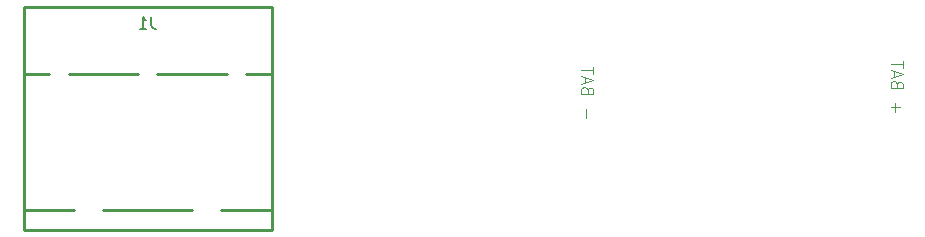
<source format=gbr>
%TF.GenerationSoftware,KiCad,Pcbnew,8.0.4*%
%TF.CreationDate,2024-08-13T21:11:54-04:00*%
%TF.ProjectId,1-inch-midi,312d696e-6368-42d6-9d69-64692e6b6963,rev?*%
%TF.SameCoordinates,Original*%
%TF.FileFunction,Legend,Bot*%
%TF.FilePolarity,Positive*%
%FSLAX46Y46*%
G04 Gerber Fmt 4.6, Leading zero omitted, Abs format (unit mm)*
G04 Created by KiCad (PCBNEW 8.0.4) date 2024-08-13 21:11:54*
%MOMM*%
%LPD*%
G01*
G04 APERTURE LIST*
%ADD10C,0.100000*%
%ADD11C,0.150000*%
%ADD12C,0.250000*%
G04 APERTURE END LIST*
D10*
X196808533Y-97796115D02*
X196808533Y-97034211D01*
X196427580Y-97415163D02*
X197189485Y-97415163D01*
X196951390Y-95462782D02*
X196903771Y-95319925D01*
X196903771Y-95319925D02*
X196856152Y-95272306D01*
X196856152Y-95272306D02*
X196760914Y-95224687D01*
X196760914Y-95224687D02*
X196618057Y-95224687D01*
X196618057Y-95224687D02*
X196522819Y-95272306D01*
X196522819Y-95272306D02*
X196475200Y-95319925D01*
X196475200Y-95319925D02*
X196427580Y-95415163D01*
X196427580Y-95415163D02*
X196427580Y-95796115D01*
X196427580Y-95796115D02*
X197427580Y-95796115D01*
X197427580Y-95796115D02*
X197427580Y-95462782D01*
X197427580Y-95462782D02*
X197379961Y-95367544D01*
X197379961Y-95367544D02*
X197332342Y-95319925D01*
X197332342Y-95319925D02*
X197237104Y-95272306D01*
X197237104Y-95272306D02*
X197141866Y-95272306D01*
X197141866Y-95272306D02*
X197046628Y-95319925D01*
X197046628Y-95319925D02*
X196999009Y-95367544D01*
X196999009Y-95367544D02*
X196951390Y-95462782D01*
X196951390Y-95462782D02*
X196951390Y-95796115D01*
X196713295Y-94843734D02*
X196713295Y-94367544D01*
X196427580Y-94938972D02*
X197427580Y-94605639D01*
X197427580Y-94605639D02*
X196427580Y-94272306D01*
X197427580Y-94081829D02*
X197427580Y-93510401D01*
X196427580Y-93796115D02*
X197427580Y-93796115D01*
X170608533Y-98296115D02*
X170608533Y-97534211D01*
X170751390Y-95962782D02*
X170703771Y-95819925D01*
X170703771Y-95819925D02*
X170656152Y-95772306D01*
X170656152Y-95772306D02*
X170560914Y-95724687D01*
X170560914Y-95724687D02*
X170418057Y-95724687D01*
X170418057Y-95724687D02*
X170322819Y-95772306D01*
X170322819Y-95772306D02*
X170275200Y-95819925D01*
X170275200Y-95819925D02*
X170227580Y-95915163D01*
X170227580Y-95915163D02*
X170227580Y-96296115D01*
X170227580Y-96296115D02*
X171227580Y-96296115D01*
X171227580Y-96296115D02*
X171227580Y-95962782D01*
X171227580Y-95962782D02*
X171179961Y-95867544D01*
X171179961Y-95867544D02*
X171132342Y-95819925D01*
X171132342Y-95819925D02*
X171037104Y-95772306D01*
X171037104Y-95772306D02*
X170941866Y-95772306D01*
X170941866Y-95772306D02*
X170846628Y-95819925D01*
X170846628Y-95819925D02*
X170799009Y-95867544D01*
X170799009Y-95867544D02*
X170751390Y-95962782D01*
X170751390Y-95962782D02*
X170751390Y-96296115D01*
X170513295Y-95343734D02*
X170513295Y-94867544D01*
X170227580Y-95438972D02*
X171227580Y-95105639D01*
X171227580Y-95105639D02*
X170227580Y-94772306D01*
X171227580Y-94581829D02*
X171227580Y-94010401D01*
X170227580Y-94296115D02*
X171227580Y-94296115D01*
D11*
X133833333Y-89751819D02*
X133833333Y-90466104D01*
X133833333Y-90466104D02*
X133880952Y-90608961D01*
X133880952Y-90608961D02*
X133976190Y-90704200D01*
X133976190Y-90704200D02*
X134119047Y-90751819D01*
X134119047Y-90751819D02*
X134214285Y-90751819D01*
X132833333Y-90751819D02*
X133404761Y-90751819D01*
X133119047Y-90751819D02*
X133119047Y-89751819D01*
X133119047Y-89751819D02*
X133214285Y-89894676D01*
X133214285Y-89894676D02*
X133309523Y-89989914D01*
X133309523Y-89989914D02*
X133404761Y-90037533D01*
D12*
%TO.C,J1*%
X123000000Y-88900000D02*
X123000000Y-107800000D01*
X123000000Y-88900000D02*
X124000000Y-88900000D01*
X123000000Y-107800000D02*
X144000000Y-107800000D01*
X124000000Y-88900000D02*
X144000000Y-88900000D01*
X125190000Y-94570000D02*
X123010000Y-94570000D01*
X127260000Y-106100000D02*
X123000000Y-106100000D01*
X132690000Y-94570000D02*
X126810000Y-94570000D01*
X137260000Y-106100000D02*
X129740000Y-106100000D01*
X140190000Y-94570000D02*
X134310000Y-94570000D01*
X144000000Y-88900000D02*
X144000000Y-107800000D01*
X144000000Y-94570000D02*
X141810000Y-94570000D01*
X144000000Y-106100000D02*
X139740000Y-106100000D01*
%TD*%
M02*

</source>
